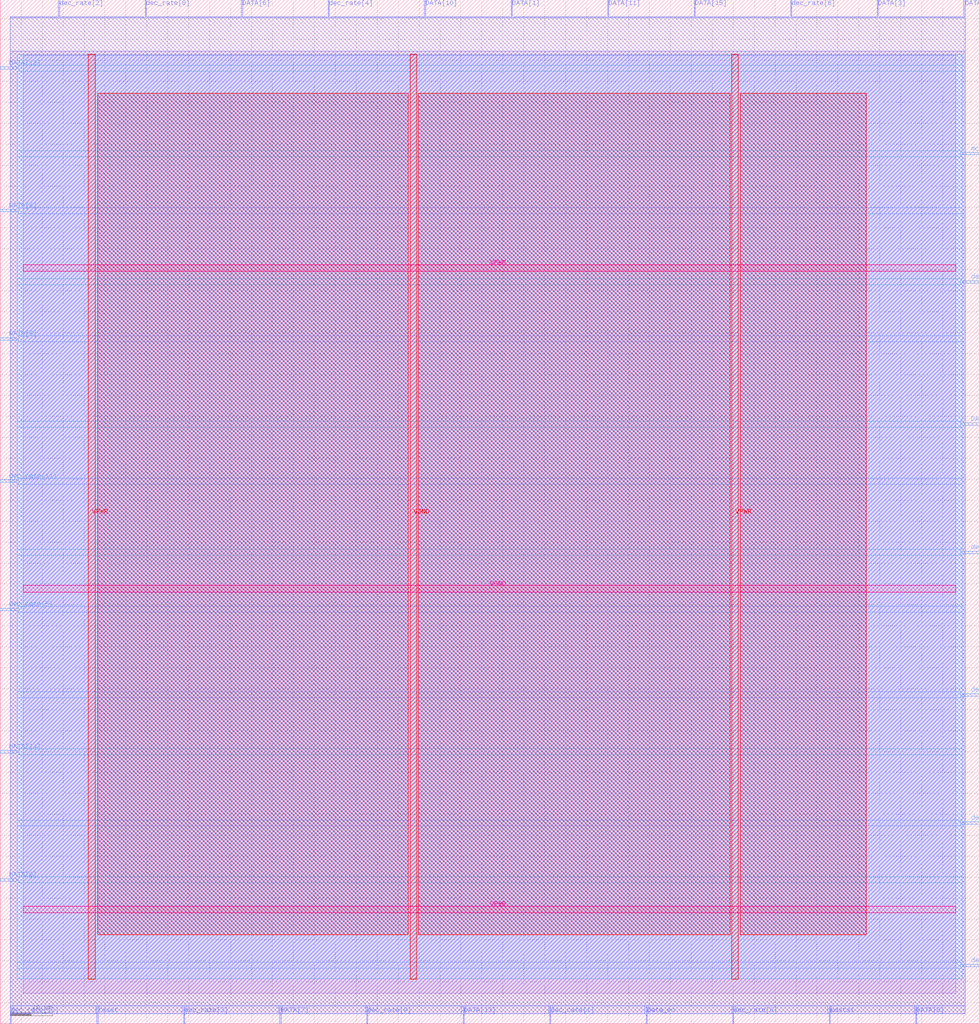
<source format=lef>
VERSION 5.7 ;
  NOWIREEXTENSIONATPIN ON ;
  DIVIDERCHAR "/" ;
  BUSBITCHARS "[]" ;
MACRO decimation_filter
  CLASS BLOCK ;
  FOREIGN decimation_filter ;
  ORIGIN 0.000 0.000 ;
  SIZE 233.740 BY 244.460 ;
  PIN DATA[0]
    DIRECTION OUTPUT TRISTATE ;
    USE SIGNAL ;
    PORT
      LAYER met3 ;
        RECT 0.000 34.040 4.000 34.640 ;
    END
  END DATA[0]
  PIN DATA[10]
    DIRECTION OUTPUT TRISTATE ;
    USE SIGNAL ;
    PORT
      LAYER met2 ;
        RECT 101.290 240.460 101.570 244.460 ;
    END
  END DATA[10]
  PIN DATA[11]
    DIRECTION OUTPUT TRISTATE ;
    USE SIGNAL ;
    PORT
      LAYER met2 ;
        RECT 144.990 240.460 145.270 244.460 ;
    END
  END DATA[11]
  PIN DATA[12]
    DIRECTION OUTPUT TRISTATE ;
    USE SIGNAL ;
    PORT
      LAYER met3 ;
        RECT 0.000 227.840 4.000 228.440 ;
    END
  END DATA[12]
  PIN DATA[13]
    DIRECTION OUTPUT TRISTATE ;
    USE SIGNAL ;
    PORT
      LAYER met2 ;
        RECT 110.490 0.000 110.770 4.000 ;
    END
  END DATA[13]
  PIN DATA[14]
    DIRECTION OUTPUT TRISTATE ;
    USE SIGNAL ;
    PORT
      LAYER met3 ;
        RECT 0.000 64.640 4.000 65.240 ;
    END
  END DATA[14]
  PIN DATA[15]
    DIRECTION OUTPUT TRISTATE ;
    USE SIGNAL ;
    PORT
      LAYER met2 ;
        RECT 165.690 240.460 165.970 244.460 ;
    END
  END DATA[15]
  PIN DATA[1]
    DIRECTION OUTPUT TRISTATE ;
    USE SIGNAL ;
    PORT
      LAYER met2 ;
        RECT 121.990 240.460 122.270 244.460 ;
    END
  END DATA[1]
  PIN DATA[2]
    DIRECTION OUTPUT TRISTATE ;
    USE SIGNAL ;
    PORT
      LAYER met2 ;
        RECT 230.090 240.460 230.370 244.460 ;
    END
  END DATA[2]
  PIN DATA[3]
    DIRECTION OUTPUT TRISTATE ;
    USE SIGNAL ;
    PORT
      LAYER met2 ;
        RECT 209.390 240.460 209.670 244.460 ;
    END
  END DATA[3]
  PIN DATA[4]
    DIRECTION OUTPUT TRISTATE ;
    USE SIGNAL ;
    PORT
      LAYER met3 ;
        RECT 0.000 193.840 4.000 194.440 ;
    END
  END DATA[4]
  PIN DATA[5]
    DIRECTION OUTPUT TRISTATE ;
    USE SIGNAL ;
    PORT
      LAYER met3 ;
        RECT 0.000 163.240 4.000 163.840 ;
    END
  END DATA[5]
  PIN DATA[6]
    DIRECTION OUTPUT TRISTATE ;
    USE SIGNAL ;
    PORT
      LAYER met2 ;
        RECT 57.590 240.460 57.870 244.460 ;
    END
  END DATA[6]
  PIN DATA[7]
    DIRECTION OUTPUT TRISTATE ;
    USE SIGNAL ;
    PORT
      LAYER met2 ;
        RECT 66.790 0.000 67.070 4.000 ;
    END
  END DATA[7]
  PIN DATA[8]
    DIRECTION OUTPUT TRISTATE ;
    USE SIGNAL ;
    PORT
      LAYER met2 ;
        RECT 218.590 0.000 218.870 4.000 ;
    END
  END DATA[8]
  PIN DATA[9]
    DIRECTION OUTPUT TRISTATE ;
    USE SIGNAL ;
    PORT
      LAYER met3 ;
        RECT 229.740 142.840 233.740 143.440 ;
    END
  END DATA[9]
  PIN data_en
    DIRECTION OUTPUT TRISTATE ;
    USE SIGNAL ;
    PORT
      LAYER met2 ;
        RECT 154.190 0.000 154.470 4.000 ;
    END
  END data_en
  PIN dec_rate[0]
    DIRECTION INPUT ;
    USE SIGNAL ;
    PORT
      LAYER met2 ;
        RECT 174.890 0.000 175.170 4.000 ;
    END
  END dec_rate[0]
  PIN dec_rate[10]
    DIRECTION INPUT ;
    USE SIGNAL ;
    PORT
      LAYER met3 ;
        RECT 229.740 112.240 233.740 112.840 ;
    END
  END dec_rate[10]
  PIN dec_rate[11]
    DIRECTION INPUT ;
    USE SIGNAL ;
    PORT
      LAYER met3 ;
        RECT 0.000 129.240 4.000 129.840 ;
    END
  END dec_rate[11]
  PIN dec_rate[12]
    DIRECTION INPUT ;
    USE SIGNAL ;
    PORT
      LAYER met2 ;
        RECT 2.390 0.000 2.670 4.000 ;
    END
  END dec_rate[12]
  PIN dec_rate[13]
    DIRECTION INPUT ;
    USE SIGNAL ;
    PORT
      LAYER met3 ;
        RECT 229.740 13.640 233.740 14.240 ;
    END
  END dec_rate[13]
  PIN dec_rate[14]
    DIRECTION INPUT ;
    USE SIGNAL ;
    PORT
      LAYER met3 ;
        RECT 229.740 176.840 233.740 177.440 ;
    END
  END dec_rate[14]
  PIN dec_rate[15]
    DIRECTION INPUT ;
    USE SIGNAL ;
    PORT
      LAYER met3 ;
        RECT 229.740 47.640 233.740 48.240 ;
    END
  END dec_rate[15]
  PIN dec_rate[1]
    DIRECTION INPUT ;
    USE SIGNAL ;
    PORT
      LAYER met2 ;
        RECT 131.190 0.000 131.470 4.000 ;
    END
  END dec_rate[1]
  PIN dec_rate[2]
    DIRECTION INPUT ;
    USE SIGNAL ;
    PORT
      LAYER met2 ;
        RECT 13.890 240.460 14.170 244.460 ;
    END
  END dec_rate[2]
  PIN dec_rate[3]
    DIRECTION INPUT ;
    USE SIGNAL ;
    PORT
      LAYER met2 ;
        RECT 43.790 0.000 44.070 4.000 ;
    END
  END dec_rate[3]
  PIN dec_rate[4]
    DIRECTION INPUT ;
    USE SIGNAL ;
    PORT
      LAYER met2 ;
        RECT 78.290 240.460 78.570 244.460 ;
    END
  END dec_rate[4]
  PIN dec_rate[5]
    DIRECTION INPUT ;
    USE SIGNAL ;
    PORT
      LAYER met3 ;
        RECT 0.000 98.640 4.000 99.240 ;
    END
  END dec_rate[5]
  PIN dec_rate[6]
    DIRECTION INPUT ;
    USE SIGNAL ;
    PORT
      LAYER met2 ;
        RECT 188.690 240.460 188.970 244.460 ;
    END
  END dec_rate[6]
  PIN dec_rate[7]
    DIRECTION INPUT ;
    USE SIGNAL ;
    PORT
      LAYER met3 ;
        RECT 229.740 78.240 233.740 78.840 ;
    END
  END dec_rate[7]
  PIN dec_rate[8]
    DIRECTION INPUT ;
    USE SIGNAL ;
    PORT
      LAYER met2 ;
        RECT 34.590 240.460 34.870 244.460 ;
    END
  END dec_rate[8]
  PIN dec_rate[9]
    DIRECTION INPUT ;
    USE SIGNAL ;
    PORT
      LAYER met2 ;
        RECT 87.490 0.000 87.770 4.000 ;
    END
  END dec_rate[9]
  PIN mclk1
    DIRECTION INPUT ;
    USE SIGNAL ;
    PORT
      LAYER met3 ;
        RECT 229.740 207.440 233.740 208.040 ;
    END
  END mclk1
  PIN mdata1
    DIRECTION INPUT ;
    USE SIGNAL ;
    PORT
      LAYER met2 ;
        RECT 197.890 0.000 198.170 4.000 ;
    END
  END mdata1
  PIN reset
    DIRECTION INPUT ;
    USE SIGNAL ;
    PORT
      LAYER met2 ;
        RECT 23.090 0.000 23.370 4.000 ;
    END
  END reset
  PIN VPWR
    DIRECTION INOUT ;
    USE POWER ;
    PORT
      LAYER met4 ;
        RECT 174.640 10.640 176.240 231.440 ;
    END
  END VPWR
  PIN VPWR
    DIRECTION INOUT ;
    USE POWER ;
    PORT
      LAYER met4 ;
        RECT 21.040 10.640 22.640 231.440 ;
    END
  END VPWR
  PIN VPWR
    DIRECTION INOUT ;
    USE POWER ;
    PORT
      LAYER met5 ;
        RECT 5.520 179.670 228.160 181.270 ;
    END
  END VPWR
  PIN VPWR
    DIRECTION INOUT ;
    USE POWER ;
    PORT
      LAYER met5 ;
        RECT 5.520 26.490 228.160 28.090 ;
    END
  END VPWR
  PIN VGND
    DIRECTION INOUT ;
    USE GROUND ;
    PORT
      LAYER met4 ;
        RECT 97.840 10.640 99.440 231.440 ;
    END
  END VGND
  PIN VGND
    DIRECTION INOUT ;
    USE GROUND ;
    PORT
      LAYER met5 ;
        RECT 5.520 103.080 228.160 104.680 ;
    END
  END VGND
  OBS
      LAYER li1 ;
        RECT 5.520 7.225 228.160 231.285 ;
      LAYER met1 ;
        RECT 2.370 2.420 230.390 232.180 ;
      LAYER met2 ;
        RECT 2.400 240.180 13.610 240.460 ;
        RECT 14.450 240.180 34.310 240.460 ;
        RECT 35.150 240.180 57.310 240.460 ;
        RECT 58.150 240.180 78.010 240.460 ;
        RECT 78.850 240.180 101.010 240.460 ;
        RECT 101.850 240.180 121.710 240.460 ;
        RECT 122.550 240.180 144.710 240.460 ;
        RECT 145.550 240.180 165.410 240.460 ;
        RECT 166.250 240.180 188.410 240.460 ;
        RECT 189.250 240.180 209.110 240.460 ;
        RECT 209.950 240.180 229.810 240.460 ;
        RECT 2.400 4.280 230.360 240.180 ;
        RECT 2.950 2.390 22.810 4.280 ;
        RECT 23.650 2.390 43.510 4.280 ;
        RECT 44.350 2.390 66.510 4.280 ;
        RECT 67.350 2.390 87.210 4.280 ;
        RECT 88.050 2.390 110.210 4.280 ;
        RECT 111.050 2.390 130.910 4.280 ;
        RECT 131.750 2.390 153.910 4.280 ;
        RECT 154.750 2.390 174.610 4.280 ;
        RECT 175.450 2.390 197.610 4.280 ;
        RECT 198.450 2.390 218.310 4.280 ;
        RECT 219.150 2.390 230.360 4.280 ;
      LAYER met3 ;
        RECT 4.000 228.840 229.740 231.365 ;
        RECT 4.400 227.440 229.740 228.840 ;
        RECT 4.000 208.440 229.740 227.440 ;
        RECT 4.000 207.040 229.340 208.440 ;
        RECT 4.000 194.840 229.740 207.040 ;
        RECT 4.400 193.440 229.740 194.840 ;
        RECT 4.000 177.840 229.740 193.440 ;
        RECT 4.000 176.440 229.340 177.840 ;
        RECT 4.000 164.240 229.740 176.440 ;
        RECT 4.400 162.840 229.740 164.240 ;
        RECT 4.000 143.840 229.740 162.840 ;
        RECT 4.000 142.440 229.340 143.840 ;
        RECT 4.000 130.240 229.740 142.440 ;
        RECT 4.400 128.840 229.740 130.240 ;
        RECT 4.000 113.240 229.740 128.840 ;
        RECT 4.000 111.840 229.340 113.240 ;
        RECT 4.000 99.640 229.740 111.840 ;
        RECT 4.400 98.240 229.740 99.640 ;
        RECT 4.000 79.240 229.740 98.240 ;
        RECT 4.000 77.840 229.340 79.240 ;
        RECT 4.000 65.640 229.740 77.840 ;
        RECT 4.400 64.240 229.740 65.640 ;
        RECT 4.000 48.640 229.740 64.240 ;
        RECT 4.000 47.240 229.340 48.640 ;
        RECT 4.000 35.040 229.740 47.240 ;
        RECT 4.400 33.640 229.740 35.040 ;
        RECT 4.000 14.640 229.740 33.640 ;
        RECT 4.000 13.240 229.340 14.640 ;
        RECT 4.000 10.715 229.740 13.240 ;
      LAYER met4 ;
        RECT 23.295 21.255 97.440 222.185 ;
        RECT 99.840 21.255 174.240 222.185 ;
        RECT 176.640 21.255 206.705 222.185 ;
  END
END decimation_filter
END LIBRARY


</source>
